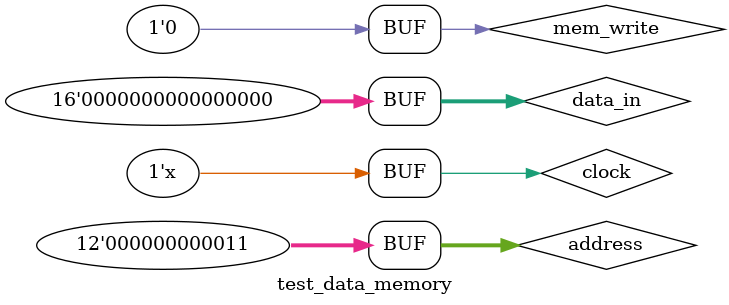
<source format=v>
`timescale 1ns / 1ps


module test_data_memory;

	// Inputs
	reg clock;
	reg mem_write;
	reg [11:0] address;
	reg [15:0] data_in;

	// Outputs
	wire [15:0] data_out;

	// Instantiate the Unit Under Test (UUT)
	data_memory uut (
		.clock(clock), 
		.mem_write(mem_write), 
		.address(address), 
		.data_in(data_in), 
		.data_out(data_out)
	);

	initial begin
		// Initialize Inputs
		clock = 0;
		mem_write = 0;
		address = 0;
		data_in = 0;

		// Wait 100 ns for global reset to finish
		//#100;
        
		#1;
		
		address = 12'h001;
		
		#2;
		address = 12'h002;
		
		#2;
		address = 12'h003;

		
		
		
	end
	
   always #1 clock = !clock;

endmodule


</source>
